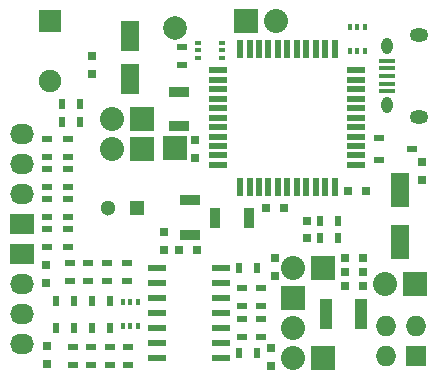
<source format=gbr>
G04 #@! TF.FileFunction,Soldermask,Top*
%FSLAX46Y46*%
G04 Gerber Fmt 4.6, Leading zero omitted, Abs format (unit mm)*
G04 Created by KiCad (PCBNEW 4.0.4-stable) date 10/17/16 20:17:59*
%MOMM*%
%LPD*%
G01*
G04 APERTURE LIST*
%ADD10C,0.100000*%
%ADD11R,1.727200X1.727200*%
%ADD12O,1.727200X1.727200*%
%ADD13R,2.032000X2.032000*%
%ADD14O,2.032000X2.032000*%
%ADD15R,1.600000X0.560000*%
%ADD16R,0.560000X1.600000*%
%ADD17R,1.600200X2.999740*%
%ADD18R,0.750000X0.800000*%
%ADD19R,0.800000X0.750000*%
%ADD20C,1.300000*%
%ADD21R,1.300000X1.300000*%
%ADD22C,1.998980*%
%ADD23R,1.998980X1.998980*%
%ADD24R,1.905000X1.905000*%
%ADD25C,1.905000*%
%ADD26R,2.032000X1.727200*%
%ADD27O,2.032000X1.727200*%
%ADD28R,0.900000X0.500000*%
%ADD29R,0.500000X0.900000*%
%ADD30R,0.900000X0.600000*%
%ADD31R,1.500000X0.600000*%
%ADD32R,0.304800X0.508000*%
%ADD33R,1.600200X2.600960*%
%ADD34R,1.000000X2.500000*%
%ADD35R,1.350000X0.400000*%
%ADD36O,0.950000X1.400000*%
%ADD37O,1.550000X1.200000*%
%ADD38R,0.508000X0.304800*%
%ADD39R,0.900000X1.700000*%
%ADD40R,1.700000X0.900000*%
G04 APERTURE END LIST*
D10*
D11*
X113795000Y-124307600D03*
D12*
X111255000Y-124307600D03*
X113795000Y-121767600D03*
X111255000Y-121767600D03*
D13*
X103378000Y-119380000D03*
D14*
X103378000Y-121920000D03*
D15*
X108720000Y-108140000D03*
X108720000Y-107340000D03*
X108720000Y-106540000D03*
X108720000Y-105740000D03*
X108720000Y-104940000D03*
X108720000Y-104140000D03*
X108720000Y-103340000D03*
X108720000Y-102540000D03*
X108720000Y-101740000D03*
X108720000Y-100940000D03*
X108720000Y-100140000D03*
D16*
X106870000Y-98290000D03*
X106070000Y-98290000D03*
X105270000Y-98290000D03*
X104470000Y-98290000D03*
X103670000Y-98290000D03*
X102870000Y-98290000D03*
X102070000Y-98290000D03*
X101270000Y-98290000D03*
X100470000Y-98290000D03*
X99670000Y-98290000D03*
X98870000Y-98290000D03*
D15*
X97020000Y-100140000D03*
X97020000Y-100940000D03*
X97020000Y-101740000D03*
X97020000Y-102540000D03*
X97020000Y-103340000D03*
X97020000Y-104140000D03*
X97020000Y-104940000D03*
X97020000Y-105740000D03*
X97020000Y-106540000D03*
X97020000Y-107340000D03*
X97020000Y-108140000D03*
D16*
X98870000Y-109990000D03*
X99670000Y-109990000D03*
X100470000Y-109990000D03*
X101270000Y-109990000D03*
X102070000Y-109990000D03*
X102870000Y-109990000D03*
X103670000Y-109990000D03*
X104470000Y-109990000D03*
X105270000Y-109990000D03*
X106070000Y-109990000D03*
X106870000Y-109990000D03*
D17*
X112448800Y-114696240D03*
X112448800Y-110296960D03*
D13*
X113706100Y-118224300D03*
D14*
X111166100Y-118224300D03*
D18*
X101523800Y-123684600D03*
X101523800Y-125184600D03*
X101803200Y-117539200D03*
X101803200Y-116039200D03*
X114303000Y-107936600D03*
X114303000Y-109436600D03*
D19*
X109538200Y-110312200D03*
X108038200Y-110312200D03*
D18*
X104521000Y-114351500D03*
X104521000Y-112851500D03*
D19*
X95238000Y-115316000D03*
X93738000Y-115316000D03*
X102604000Y-111760000D03*
X101104000Y-111760000D03*
D18*
X86360000Y-98945000D03*
X86360000Y-100445000D03*
X95059500Y-107557000D03*
X95059500Y-106057000D03*
X82423000Y-118098000D03*
X82423000Y-116598000D03*
X82550000Y-124956000D03*
X82550000Y-123456000D03*
D20*
X87670000Y-111760000D03*
D21*
X90170000Y-111760000D03*
D18*
X92456000Y-113804000D03*
X92456000Y-115304000D03*
D22*
X93342460Y-96520000D03*
D23*
X93342460Y-106680000D03*
D24*
X82753200Y-95973900D03*
D25*
X82753200Y-101053900D03*
D13*
X105918000Y-124460000D03*
D14*
X103378000Y-124460000D03*
D26*
X80444800Y-113157000D03*
D27*
X80444800Y-110617000D03*
X80444800Y-108077000D03*
X80444800Y-105537000D03*
D13*
X105918000Y-116840000D03*
D14*
X103378000Y-116840000D03*
D26*
X80444800Y-115697000D03*
D27*
X80444800Y-118237000D03*
X80444800Y-120777000D03*
X80444800Y-123317000D03*
D28*
X99060000Y-122670000D03*
X99060000Y-121170000D03*
X99060000Y-118566500D03*
X99060000Y-120066500D03*
X100647500Y-122670000D03*
X100647500Y-121170000D03*
X100647500Y-120066500D03*
X100647500Y-118566500D03*
D29*
X105676000Y-114300000D03*
X107176000Y-114300000D03*
X105676000Y-112903000D03*
X107176000Y-112903000D03*
D28*
X82550000Y-105930000D03*
X82550000Y-107430000D03*
X82550000Y-108470000D03*
X82550000Y-109970000D03*
X82550000Y-111010000D03*
X82550000Y-112510000D03*
X82550000Y-113550000D03*
X82550000Y-115050000D03*
X84328000Y-107430000D03*
X84328000Y-105930000D03*
X84328000Y-109970000D03*
X84328000Y-108470000D03*
X84328000Y-112510000D03*
X84328000Y-111010000D03*
X84328000Y-115050000D03*
X84328000Y-113550000D03*
X89395300Y-123570300D03*
X89395300Y-125070300D03*
X87871300Y-123570300D03*
X87871300Y-125070300D03*
X89281000Y-117971000D03*
X89281000Y-116471000D03*
X87630000Y-117971000D03*
X87630000Y-116471000D03*
D29*
X86372000Y-119634000D03*
X87872000Y-119634000D03*
X86372000Y-121920000D03*
X87872000Y-121920000D03*
X98818000Y-124079000D03*
X100318000Y-124079000D03*
D28*
X84455000Y-117971000D03*
X84455000Y-116471000D03*
X84709000Y-123583000D03*
X84709000Y-125083000D03*
D29*
X83324000Y-119634000D03*
X84824000Y-119634000D03*
X83324000Y-121920000D03*
X84824000Y-121920000D03*
X85332000Y-102946200D03*
X83832000Y-102946200D03*
X83832000Y-104546400D03*
X85332000Y-104546400D03*
X100318000Y-116840000D03*
X98818000Y-116840000D03*
D28*
X85979000Y-116471000D03*
X85979000Y-117971000D03*
X86233000Y-123583000D03*
X86233000Y-125083000D03*
D30*
X113464800Y-106807000D03*
X110664800Y-107757000D03*
X110664800Y-105857000D03*
D31*
X97213400Y-124485400D03*
X97213400Y-123215400D03*
X97213400Y-121945400D03*
X97213400Y-120675400D03*
X97213400Y-119405400D03*
X97213400Y-118135400D03*
X97213400Y-116865400D03*
X91813400Y-116865400D03*
X91813400Y-118135400D03*
X91813400Y-119405400D03*
X91813400Y-120675400D03*
X91813400Y-121945400D03*
X91813400Y-123215400D03*
X91813400Y-124485400D03*
D32*
X90195400Y-119710200D03*
X88925400Y-119710200D03*
X90195400Y-121742200D03*
X89560400Y-119710200D03*
X88925400Y-121742200D03*
X89560400Y-121742200D03*
X108140500Y-98488500D03*
X109410500Y-98488500D03*
X108140500Y-96456500D03*
X108775500Y-98488500D03*
X109410500Y-96456500D03*
X108775500Y-96456500D03*
D33*
X89535000Y-97259140D03*
X89535000Y-100860860D03*
D13*
X90604800Y-106807000D03*
D14*
X88064800Y-106807000D03*
D13*
X90604800Y-104267000D03*
D14*
X88064800Y-104267000D03*
D13*
X99339400Y-95935800D03*
D14*
X101879400Y-95935800D03*
D19*
X107746100Y-116039900D03*
X109246100Y-116039900D03*
X107746100Y-117195600D03*
X109246100Y-117195600D03*
X107758800Y-118351300D03*
X109258800Y-118351300D03*
D34*
X106132500Y-120777000D03*
X109132500Y-120777000D03*
D35*
X111340460Y-101910300D03*
X111340460Y-101260300D03*
X111340460Y-100610300D03*
X111340460Y-99960300D03*
X111340460Y-99310300D03*
D36*
X111340460Y-103110300D03*
X111340460Y-98110300D03*
D37*
X114040460Y-104110300D03*
X114040460Y-97110300D03*
D28*
X93980000Y-99683000D03*
X93980000Y-98183000D03*
D38*
X95313500Y-97790000D03*
X95313500Y-99060000D03*
X97345500Y-97790000D03*
X95313500Y-98425000D03*
X97345500Y-99060000D03*
X97345500Y-98425000D03*
D39*
X96721000Y-112649000D03*
X99621000Y-112649000D03*
D40*
X94592600Y-114048200D03*
X94592600Y-111148200D03*
X93703600Y-101953400D03*
X93703600Y-104853400D03*
M02*

</source>
